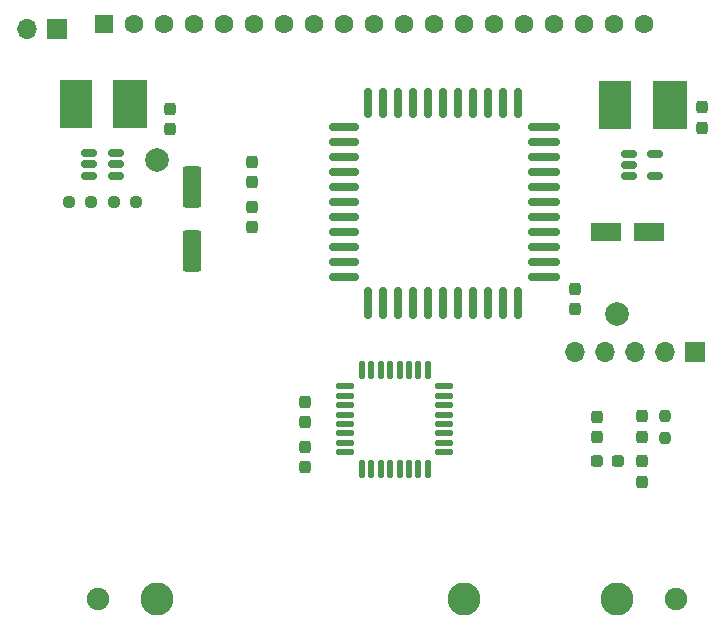
<source format=gts>
%TF.GenerationSoftware,KiCad,Pcbnew,6.0.2+dfsg-1*%
%TF.CreationDate,2023-02-12T21:56:37+09:00*%
%TF.ProjectId,EL-210-MOD,454c2d32-3130-42d4-9d4f-442e6b696361,1.0.2*%
%TF.SameCoordinates,Original*%
%TF.FileFunction,Soldermask,Top*%
%TF.FilePolarity,Negative*%
%FSLAX46Y46*%
G04 Gerber Fmt 4.6, Leading zero omitted, Abs format (unit mm)*
G04 Created by KiCad (PCBNEW 6.0.2+dfsg-1) date 2023-02-12 21:56:37*
%MOMM*%
%LPD*%
G01*
G04 APERTURE LIST*
G04 Aperture macros list*
%AMRoundRect*
0 Rectangle with rounded corners*
0 $1 Rounding radius*
0 $2 $3 $4 $5 $6 $7 $8 $9 X,Y pos of 4 corners*
0 Add a 4 corners polygon primitive as box body*
4,1,4,$2,$3,$4,$5,$6,$7,$8,$9,$2,$3,0*
0 Add four circle primitives for the rounded corners*
1,1,$1+$1,$2,$3*
1,1,$1+$1,$4,$5*
1,1,$1+$1,$6,$7*
1,1,$1+$1,$8,$9*
0 Add four rect primitives between the rounded corners*
20,1,$1+$1,$2,$3,$4,$5,0*
20,1,$1+$1,$4,$5,$6,$7,0*
20,1,$1+$1,$6,$7,$8,$9,0*
20,1,$1+$1,$8,$9,$2,$3,0*%
G04 Aperture macros list end*
%ADD10R,1.600000X1.600000*%
%ADD11C,1.600000*%
%ADD12C,2.800000*%
%ADD13C,2.000000*%
%ADD14C,1.900000*%
%ADD15RoundRect,0.150000X-0.512500X-0.150000X0.512500X-0.150000X0.512500X0.150000X-0.512500X0.150000X0*%
%ADD16R,2.698300X4.089400*%
%ADD17R,2.898300X4.089400*%
%ADD18RoundRect,0.237500X0.237500X-0.300000X0.237500X0.300000X-0.237500X0.300000X-0.237500X-0.300000X0*%
%ADD19RoundRect,0.237500X0.237500X-0.287500X0.237500X0.287500X-0.237500X0.287500X-0.237500X-0.287500X0*%
%ADD20RoundRect,0.237500X-0.237500X0.300000X-0.237500X-0.300000X0.237500X-0.300000X0.237500X0.300000X0*%
%ADD21RoundRect,0.237500X-0.287500X-0.237500X0.287500X-0.237500X0.287500X0.237500X-0.287500X0.237500X0*%
%ADD22RoundRect,0.149500X1.122500X-0.149500X1.122500X0.149500X-1.122500X0.149500X-1.122500X-0.149500X0*%
%ADD23RoundRect,0.150000X1.122000X-0.150000X1.122000X0.150000X-1.122000X0.150000X-1.122000X-0.150000X0*%
%ADD24RoundRect,0.149000X0.149000X-1.207000X0.149000X1.207000X-0.149000X1.207000X-0.149000X-1.207000X0*%
%ADD25RoundRect,0.150000X0.150000X-1.206000X0.150000X1.206000X-0.150000X1.206000X-0.150000X-1.206000X0*%
%ADD26RoundRect,0.150000X1.207000X-0.150000X1.207000X0.150000X-1.207000X0.150000X-1.207000X-0.150000X0*%
%ADD27RoundRect,0.150000X0.150000X-1.123000X0.150000X1.123000X-0.150000X1.123000X-0.150000X-1.123000X0*%
%ADD28RoundRect,0.149000X0.149000X-1.124000X0.149000X1.124000X-0.149000X1.124000X-0.149000X-1.124000X0*%
%ADD29RoundRect,0.237500X0.250000X0.237500X-0.250000X0.237500X-0.250000X-0.237500X0.250000X-0.237500X0*%
%ADD30RoundRect,0.237500X0.237500X-0.250000X0.237500X0.250000X-0.237500X0.250000X-0.237500X-0.250000X0*%
%ADD31RoundRect,0.250000X-0.550000X1.500000X-0.550000X-1.500000X0.550000X-1.500000X0.550000X1.500000X0*%
%ADD32RoundRect,0.125000X-0.625000X-0.125000X0.625000X-0.125000X0.625000X0.125000X-0.625000X0.125000X0*%
%ADD33RoundRect,0.125000X-0.125000X-0.625000X0.125000X-0.625000X0.125000X0.625000X-0.125000X0.625000X0*%
%ADD34RoundRect,0.250000X1.050000X0.550000X-1.050000X0.550000X-1.050000X-0.550000X1.050000X-0.550000X0*%
%ADD35R,1.700000X1.700000*%
%ADD36O,1.700000X1.700000*%
G04 APERTURE END LIST*
D10*
%TO.C,U1*%
X128000000Y-85500000D03*
D11*
X130540000Y-85500000D03*
X133080000Y-85500000D03*
X135620000Y-85500000D03*
X138160000Y-85500000D03*
X140700000Y-85500000D03*
X143240000Y-85500000D03*
X145780000Y-85500000D03*
X148320000Y-85500000D03*
X150860000Y-85500000D03*
X153400000Y-85500000D03*
X155940000Y-85500000D03*
X158480000Y-85500000D03*
X161020000Y-85500000D03*
X163560000Y-85500000D03*
X166100000Y-85500000D03*
X168640000Y-85500000D03*
X171180000Y-85500000D03*
X173720000Y-85500000D03*
%TD*%
D12*
%TO.C,H6*%
X171500000Y-134200000D03*
%TD*%
%TO.C,H5*%
X158500000Y-134200000D03*
%TD*%
D13*
%TO.C,H2*%
X171500000Y-110000000D03*
%TD*%
%TO.C,H1*%
X132500000Y-97000000D03*
%TD*%
D14*
%TO.C,H3*%
X127500000Y-134200000D03*
%TD*%
%TO.C,H7*%
X176500000Y-134200000D03*
%TD*%
D12*
%TO.C,H4*%
X132500000Y-134200000D03*
%TD*%
D15*
%TO.C,U6*%
X126752500Y-96410000D03*
X126752500Y-97360000D03*
X126752500Y-98310000D03*
X129027500Y-98310000D03*
X129027500Y-97360000D03*
X129027500Y-96410000D03*
%TD*%
D16*
%TO.C,L1*%
X171332050Y-92356000D03*
D17*
X175933750Y-92356000D03*
%TD*%
D16*
%TO.C,L2*%
X125639150Y-92280000D03*
D17*
X130240850Y-92280000D03*
%TD*%
D18*
%TO.C,C3*%
X145035000Y-119177500D03*
X145035000Y-117452500D03*
%TD*%
%TO.C,C5*%
X169800000Y-120447500D03*
X169800000Y-118722500D03*
%TD*%
D19*
%TO.C,D1*%
X173610000Y-124256000D03*
X173610000Y-122506000D03*
%TD*%
D20*
%TO.C,C8*%
X140590000Y-100942500D03*
X140590000Y-102667500D03*
%TD*%
D21*
%TO.C,D2*%
X169800000Y-122506000D03*
X171550000Y-122506000D03*
%TD*%
D22*
%TO.C,U3*%
X148339000Y-100580000D03*
X148339000Y-101850000D03*
D23*
X148339000Y-103119000D03*
D22*
X148339000Y-104390000D03*
X148339000Y-105660000D03*
D23*
X148339000Y-106929000D03*
D24*
X150413000Y-109085000D03*
X151683000Y-109085000D03*
D25*
X152951000Y-109085000D03*
X154221000Y-109085000D03*
D24*
X155493000Y-109085000D03*
X156763000Y-109085000D03*
D25*
X158031000Y-109085000D03*
X159301000Y-109085000D03*
X160571000Y-109085000D03*
D24*
X161843000Y-109085000D03*
D25*
X163111000Y-109085000D03*
D26*
X165268000Y-106929000D03*
X165268000Y-105659000D03*
X165268000Y-104389000D03*
X165268000Y-103119000D03*
X165268000Y-101849000D03*
X165268000Y-100579000D03*
X165268000Y-99309000D03*
X165268000Y-98039000D03*
X165268000Y-96769000D03*
X165268000Y-95499000D03*
X165268000Y-94229000D03*
D27*
X163111000Y-92156000D03*
X161841000Y-92156000D03*
X160571000Y-92156000D03*
X159301000Y-92156000D03*
X158031000Y-92156000D03*
X156761000Y-92156000D03*
X155491000Y-92156000D03*
X154221000Y-92156000D03*
X152951000Y-92156000D03*
X151681000Y-92156000D03*
D28*
X150413000Y-92156000D03*
D22*
X148339000Y-94230000D03*
X148339000Y-95500000D03*
X148339000Y-96770000D03*
D23*
X148339000Y-98039000D03*
D22*
X148339000Y-99310000D03*
%TD*%
D29*
%TO.C,R4*%
X130707500Y-100535000D03*
X128882500Y-100535000D03*
%TD*%
D15*
%TO.C,U4*%
X172445400Y-96486000D03*
X172445400Y-97436000D03*
X172445400Y-98386000D03*
X174720400Y-98386000D03*
X174720400Y-96486000D03*
%TD*%
D20*
%TO.C,C1*%
X173610000Y-118696000D03*
X173610000Y-120421000D03*
%TD*%
D30*
%TO.C,R1*%
X175515000Y-120521000D03*
X175515000Y-118696000D03*
%TD*%
D20*
%TO.C,C7*%
X167895000Y-107927500D03*
X167895000Y-109652500D03*
%TD*%
D31*
%TO.C,C11*%
X135510000Y-99265000D03*
X135510000Y-104665000D03*
%TD*%
D32*
%TO.C,U2*%
X148480000Y-116150000D03*
X148480000Y-116950000D03*
X148480000Y-117750000D03*
X148480000Y-118550000D03*
X148480000Y-119350000D03*
X148480000Y-120150000D03*
X148480000Y-120950000D03*
X148480000Y-121750000D03*
D33*
X149855000Y-123125000D03*
X150655000Y-123125000D03*
X151455000Y-123125000D03*
X152255000Y-123125000D03*
X153055000Y-123125000D03*
X153855000Y-123125000D03*
X154655000Y-123125000D03*
X155455000Y-123125000D03*
D32*
X156830000Y-121750000D03*
X156830000Y-120950000D03*
X156830000Y-120150000D03*
X156830000Y-119350000D03*
X156830000Y-118550000D03*
X156830000Y-117750000D03*
X156830000Y-116950000D03*
X156830000Y-116150000D03*
D33*
X155455000Y-114775000D03*
X154655000Y-114775000D03*
X153855000Y-114775000D03*
X153055000Y-114775000D03*
X152255000Y-114775000D03*
X151455000Y-114775000D03*
X150655000Y-114775000D03*
X149855000Y-114775000D03*
%TD*%
D34*
%TO.C,C6*%
X174140000Y-103075000D03*
X170540000Y-103075000D03*
%TD*%
D20*
%TO.C,C2*%
X145035000Y-121262500D03*
X145035000Y-122987500D03*
%TD*%
%TO.C,C4*%
X178662900Y-92536000D03*
X178662900Y-94261000D03*
%TD*%
D29*
%TO.C,R5*%
X126897500Y-100535000D03*
X125072500Y-100535000D03*
%TD*%
D18*
%TO.C,C10*%
X140590000Y-98857500D03*
X140590000Y-97132500D03*
%TD*%
D20*
%TO.C,C9*%
X133605000Y-92687500D03*
X133605000Y-94412500D03*
%TD*%
D35*
%TO.C,J2*%
X124080000Y-85930000D03*
D36*
X121540000Y-85930000D03*
%TD*%
D35*
%TO.C,J1*%
X178055000Y-113235000D03*
D36*
X175515000Y-113235000D03*
X172975000Y-113235000D03*
X170435000Y-113235000D03*
X167895000Y-113235000D03*
%TD*%
M02*

</source>
